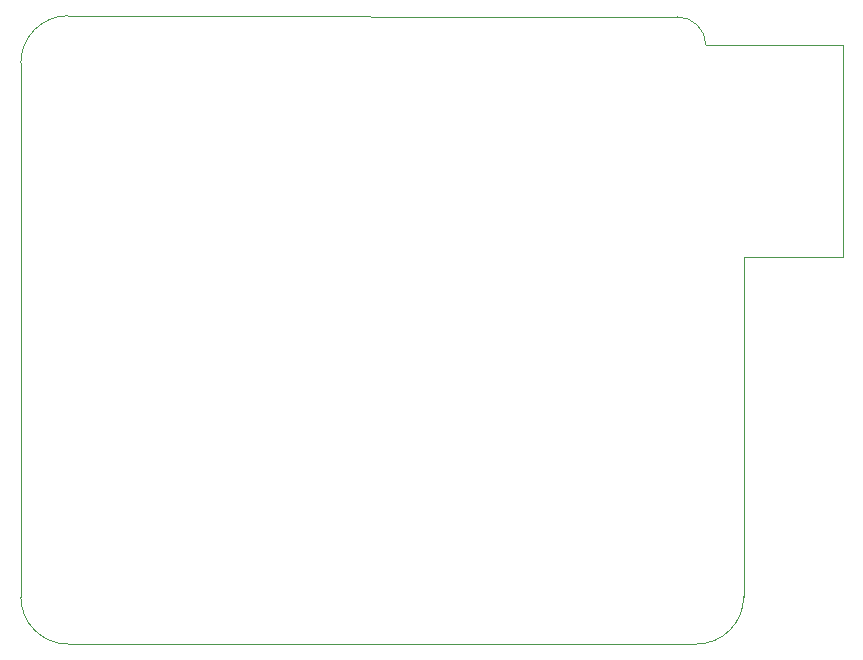
<source format=gbr>
%TF.GenerationSoftware,KiCad,Pcbnew,9.0.3*%
%TF.CreationDate,2026-02-24T03:06:21-05:00*%
%TF.ProjectId,ShamanLink_Rev1,5368616d-616e-44c6-996e-6b5f52657631,rev?*%
%TF.SameCoordinates,Original*%
%TF.FileFunction,Profile,NP*%
%FSLAX46Y46*%
G04 Gerber Fmt 4.6, Leading zero omitted, Abs format (unit mm)*
G04 Created by KiCad (PCBNEW 9.0.3) date 2026-02-24 03:06:21*
%MOMM*%
%LPD*%
G01*
G04 APERTURE LIST*
%TA.AperFunction,Profile*%
%ADD10C,0.038100*%
%TD*%
G04 APERTURE END LIST*
D10*
X138100000Y-87600000D02*
X138100000Y-116400000D01*
X146500000Y-87600000D02*
X138100000Y-87600000D01*
X80900000Y-120400000D02*
X134100000Y-120400000D01*
X76900000Y-71200000D02*
X76900000Y-116400000D01*
X132500000Y-67300000D02*
X80900000Y-67200000D01*
X146500000Y-69700000D02*
X134900000Y-69700000D01*
X146500000Y-87600000D02*
X146500000Y-69700000D01*
X80900000Y-120400000D02*
G75*
G02*
X76900000Y-116400000I0J4000000D01*
G01*
X138100000Y-116400000D02*
G75*
G02*
X134100000Y-120400000I-4000000J0D01*
G01*
X132500000Y-67300000D02*
G75*
G02*
X134900000Y-69700000I0J-2400000D01*
G01*
X76900000Y-71200000D02*
G75*
G02*
X80900000Y-67200000I4000000J0D01*
G01*
M02*

</source>
